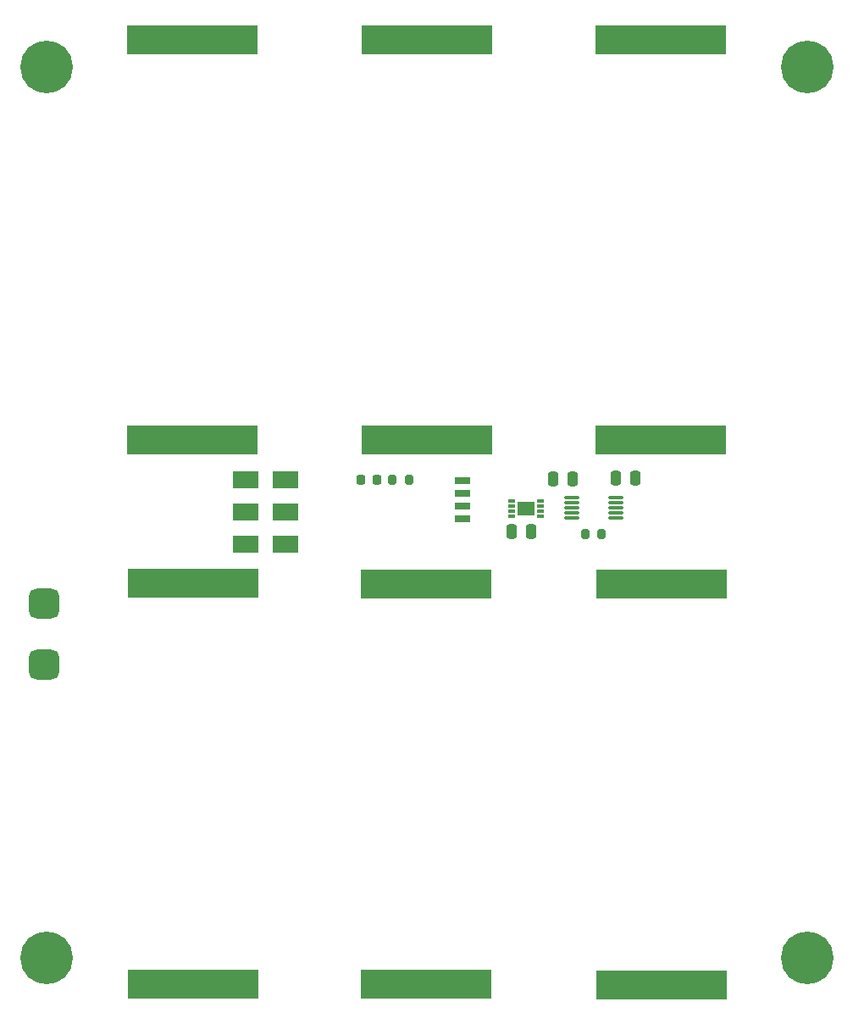
<source format=gbr>
%TF.GenerationSoftware,KiCad,Pcbnew,(6.0.7)*%
%TF.CreationDate,2023-01-31T02:47:43-08:00*%
%TF.ProjectId,solar-panel-NoCutout,736f6c61-722d-4706-916e-656c2d4e6f43,2.0*%
%TF.SameCoordinates,Original*%
%TF.FileFunction,Soldermask,Top*%
%TF.FilePolarity,Negative*%
%FSLAX46Y46*%
G04 Gerber Fmt 4.6, Leading zero omitted, Abs format (unit mm)*
G04 Created by KiCad (PCBNEW (6.0.7)) date 2023-01-31 02:47:43*
%MOMM*%
%LPD*%
G01*
G04 APERTURE LIST*
G04 Aperture macros list*
%AMRoundRect*
0 Rectangle with rounded corners*
0 $1 Rounding radius*
0 $2 $3 $4 $5 $6 $7 $8 $9 X,Y pos of 4 corners*
0 Add a 4 corners polygon primitive as box body*
4,1,4,$2,$3,$4,$5,$6,$7,$8,$9,$2,$3,0*
0 Add four circle primitives for the rounded corners*
1,1,$1+$1,$2,$3*
1,1,$1+$1,$4,$5*
1,1,$1+$1,$6,$7*
1,1,$1+$1,$8,$9*
0 Add four rect primitives between the rounded corners*
20,1,$1+$1,$2,$3,$4,$5,0*
20,1,$1+$1,$4,$5,$6,$7,0*
20,1,$1+$1,$6,$7,$8,$9,0*
20,1,$1+$1,$8,$9,$2,$3,0*%
G04 Aperture macros list end*
%ADD10C,5.250000*%
%ADD11R,0.750000X0.300000*%
%ADD12R,1.750000X1.450000*%
%ADD13R,13.000000X3.000000*%
%ADD14RoundRect,0.750000X0.750000X-0.750000X0.750000X0.750000X-0.750000X0.750000X-0.750000X-0.750000X0*%
%ADD15R,2.500000X1.700000*%
%ADD16RoundRect,0.250000X-0.250000X-0.475000X0.250000X-0.475000X0.250000X0.475000X-0.250000X0.475000X0*%
%ADD17RoundRect,0.250000X0.250000X0.475000X-0.250000X0.475000X-0.250000X-0.475000X0.250000X-0.475000X0*%
%ADD18R,1.600000X0.700000*%
%ADD19RoundRect,0.200000X0.200000X0.275000X-0.200000X0.275000X-0.200000X-0.275000X0.200000X-0.275000X0*%
%ADD20RoundRect,0.218750X-0.218750X-0.256250X0.218750X-0.256250X0.218750X0.256250X-0.218750X0.256250X0*%
%ADD21RoundRect,0.075000X-0.650000X-0.075000X0.650000X-0.075000X0.650000X0.075000X-0.650000X0.075000X0*%
G04 APERTURE END LIST*
D10*
%TO.C,J2*%
X106500000Y-70300000D03*
%TD*%
%TO.C,J3*%
X106500000Y-159300000D03*
%TD*%
%TO.C,J4*%
X182500000Y-70300000D03*
%TD*%
%TO.C,J5*%
X182500000Y-159300000D03*
%TD*%
D11*
%TO.C,U2*%
X155900000Y-115170000D03*
X155900000Y-114670000D03*
X155900000Y-114170000D03*
X155900000Y-113670000D03*
X153000000Y-113670000D03*
X153000000Y-114170000D03*
X153000000Y-114670000D03*
X153000000Y-115170000D03*
D12*
X154450000Y-114420000D03*
%TD*%
D13*
%TO.C,SC5*%
X167860000Y-67570000D03*
X167860000Y-107570000D03*
%TD*%
D14*
%TO.C,TP1*%
X106230000Y-123950000D03*
%TD*%
D15*
%TO.C,D3*%
X126400000Y-118000000D03*
X130400000Y-118000000D03*
%TD*%
D14*
%TO.C,TP2*%
X106220000Y-130030000D03*
%TD*%
D15*
%TO.C,D1*%
X126360000Y-111540000D03*
X130360000Y-111540000D03*
%TD*%
D13*
%TO.C,SC3*%
X144490000Y-67570000D03*
X144490000Y-107570000D03*
%TD*%
%TO.C,SC4*%
X144450000Y-121940000D03*
X144450000Y-161940000D03*
%TD*%
%TO.C,SC2*%
X121120000Y-121920000D03*
X121120000Y-161920000D03*
%TD*%
D15*
%TO.C,D2*%
X126360000Y-114750000D03*
X130360000Y-114750000D03*
%TD*%
D13*
%TO.C,SC6*%
X168000000Y-121970000D03*
X168000000Y-161970000D03*
%TD*%
D16*
%TO.C,C2*%
X153010000Y-116690000D03*
X154910000Y-116690000D03*
%TD*%
D17*
%TO.C,C5*%
X159050000Y-111450000D03*
X157150000Y-111450000D03*
%TD*%
D18*
%TO.C,IC1*%
X148075000Y-115430000D03*
X148075000Y-114160000D03*
X148075000Y-112890000D03*
X148075000Y-111620000D03*
%TD*%
D19*
%TO.C,R3*%
X161990000Y-116970000D03*
X160340000Y-116970000D03*
%TD*%
D16*
%TO.C,C3*%
X163410000Y-111380000D03*
X165310000Y-111380000D03*
%TD*%
D20*
%TO.C,D4*%
X137912500Y-111525000D03*
X139487500Y-111525000D03*
%TD*%
D13*
%TO.C,SC1*%
X121090000Y-67570000D03*
X121090000Y-107570000D03*
%TD*%
D19*
%TO.C,R1*%
X142725000Y-111550000D03*
X141075000Y-111550000D03*
%TD*%
D21*
%TO.C,U3*%
X158980000Y-113350000D03*
X158980000Y-113850000D03*
X158980000Y-114350000D03*
X158980000Y-114850000D03*
X158980000Y-115350000D03*
X163380000Y-115350000D03*
X163380000Y-114850000D03*
X163380000Y-114350000D03*
X163380000Y-113850000D03*
X163380000Y-113350000D03*
%TD*%
M02*

</source>
